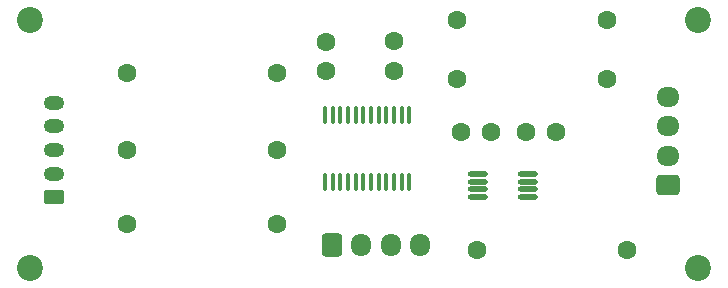
<source format=gbr>
%TF.GenerationSoftware,KiCad,Pcbnew,9.0.2*%
%TF.CreationDate,2025-07-11T15:27:11-07:00*%
%TF.ProjectId,I2C mux buffer,49324320-6d75-4782-9062-75666665722e,rev?*%
%TF.SameCoordinates,Original*%
%TF.FileFunction,Soldermask,Top*%
%TF.FilePolarity,Negative*%
%FSLAX46Y46*%
G04 Gerber Fmt 4.6, Leading zero omitted, Abs format (unit mm)*
G04 Created by KiCad (PCBNEW 9.0.2) date 2025-07-11 15:27:11*
%MOMM*%
%LPD*%
G01*
G04 APERTURE LIST*
G04 Aperture macros list*
%AMRoundRect*
0 Rectangle with rounded corners*
0 $1 Rounding radius*
0 $2 $3 $4 $5 $6 $7 $8 $9 X,Y pos of 4 corners*
0 Add a 4 corners polygon primitive as box body*
4,1,4,$2,$3,$4,$5,$6,$7,$8,$9,$2,$3,0*
0 Add four circle primitives for the rounded corners*
1,1,$1+$1,$2,$3*
1,1,$1+$1,$4,$5*
1,1,$1+$1,$6,$7*
1,1,$1+$1,$8,$9*
0 Add four rect primitives between the rounded corners*
20,1,$1+$1,$2,$3,$4,$5,0*
20,1,$1+$1,$4,$5,$6,$7,0*
20,1,$1+$1,$6,$7,$8,$9,0*
20,1,$1+$1,$8,$9,$2,$3,0*%
G04 Aperture macros list end*
%ADD10O,1.699999X0.449999*%
%ADD11C,1.600000*%
%ADD12RoundRect,0.250000X-0.600000X-0.725000X0.600000X-0.725000X0.600000X0.725000X-0.600000X0.725000X0*%
%ADD13O,1.700000X1.950000*%
%ADD14C,2.200000*%
%ADD15RoundRect,0.100000X0.100000X-0.637500X0.100000X0.637500X-0.100000X0.637500X-0.100000X-0.637500X0*%
%ADD16RoundRect,0.250000X0.625000X-0.350000X0.625000X0.350000X-0.625000X0.350000X-0.625000X-0.350000X0*%
%ADD17O,1.750000X1.200000*%
%ADD18RoundRect,0.250000X0.725000X-0.600000X0.725000X0.600000X-0.725000X0.600000X-0.725000X-0.600000X0*%
%ADD19O,1.950000X1.700000*%
G04 APERTURE END LIST*
D10*
%TO.C,U2*%
X83900002Y-87524998D03*
X83900002Y-88174999D03*
X83900002Y-88824998D03*
X83900002Y-89474999D03*
X88100001Y-89474999D03*
X88100001Y-88824998D03*
X88100001Y-88174999D03*
X88100001Y-87524998D03*
%TD*%
D11*
%TO.C,R6*%
X96500000Y-94000000D03*
X83800000Y-94000000D03*
%TD*%
D12*
%TO.C,J1*%
X71500000Y-93500000D03*
D13*
X74000000Y-93500000D03*
X76500000Y-93500000D03*
X79000000Y-93500000D03*
%TD*%
D11*
%TO.C,C3*%
X71000000Y-78850000D03*
X71000000Y-76350000D03*
%TD*%
%TO.C,C4*%
X76800000Y-78800000D03*
X76800000Y-76300000D03*
%TD*%
D14*
%TO.C,REF\u002A\u002A*%
X102500000Y-95500000D03*
%TD*%
D11*
%TO.C,C1*%
X88000000Y-84000000D03*
X90500000Y-84000000D03*
%TD*%
D15*
%TO.C,U1*%
X70950000Y-88225000D03*
X71600000Y-88225000D03*
X72250000Y-88225000D03*
X72900000Y-88225000D03*
X73550000Y-88225000D03*
X74200000Y-88225000D03*
X74850000Y-88225000D03*
X75500000Y-88225000D03*
X76150000Y-88225000D03*
X76800000Y-88225000D03*
X77450000Y-88225000D03*
X78100000Y-88225000D03*
X78100000Y-82500000D03*
X77450000Y-82500000D03*
X76800000Y-82500000D03*
X76150000Y-82500000D03*
X75500000Y-82500000D03*
X74850000Y-82500000D03*
X74200000Y-82500000D03*
X73550000Y-82500000D03*
X72900000Y-82500000D03*
X72250000Y-82500000D03*
X71600000Y-82500000D03*
X70950000Y-82500000D03*
%TD*%
D11*
%TO.C,R5*%
X82150000Y-79500000D03*
X94850000Y-79500000D03*
%TD*%
D14*
%TO.C,REF\u002A\u002A*%
X46000000Y-74500000D03*
%TD*%
D11*
%TO.C,C2*%
X82500000Y-84000000D03*
X85000000Y-84000000D03*
%TD*%
%TO.C,R2*%
X54150000Y-79000000D03*
X66850000Y-79000000D03*
%TD*%
%TO.C,R4*%
X82150000Y-74500000D03*
X94850000Y-74500000D03*
%TD*%
D16*
%TO.C,J3*%
X48000000Y-89500000D03*
D17*
X48000000Y-87500000D03*
X48000000Y-85500000D03*
X48000000Y-83500000D03*
X48000000Y-81500000D03*
%TD*%
D14*
%TO.C,REF\u002A\u002A*%
X102500000Y-74500000D03*
%TD*%
%TO.C,REF\u002A\u002A*%
X46000000Y-95500000D03*
%TD*%
D18*
%TO.C,J2*%
X100000000Y-88500000D03*
D19*
X100000000Y-86000000D03*
X100000000Y-83500000D03*
X100000000Y-81000000D03*
%TD*%
D11*
%TO.C,R1*%
X54150000Y-85500000D03*
X66850000Y-85500000D03*
%TD*%
%TO.C,R3*%
X54150000Y-91750000D03*
X66850000Y-91750000D03*
%TD*%
M02*

</source>
